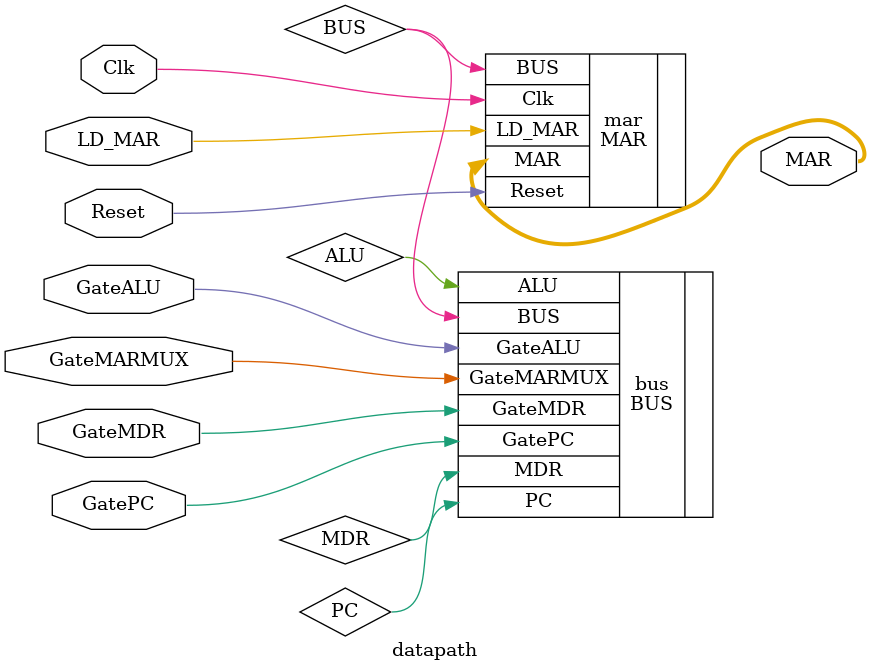
<source format=sv>
module datapath(
    input logic Clk,Reset,
    input logic LD_MAR,
    input logic GateMDR, GateALU, GatePC,
    GateMARMUX,
    
    output logic [15:0] MAR,

);
    
    MAR mar(
        .Clk(Clk),
        .Reset(Reset),
        .BUS(BUS),
        .LD_MAR(LD_MAR),
        .MAR(MAR)
    );

    BUS bus(
        .GateMDR(GateMDR),
        .MDR(MDR),
        .GateALU(GateALU),
        .ALU(ALU),
        .GatePC(GatePC),
        .PC(PC),
        .GateMARMUX(GateMARMUX),
        .BUS(BUS)
        
        
    );

endmodule
</source>
